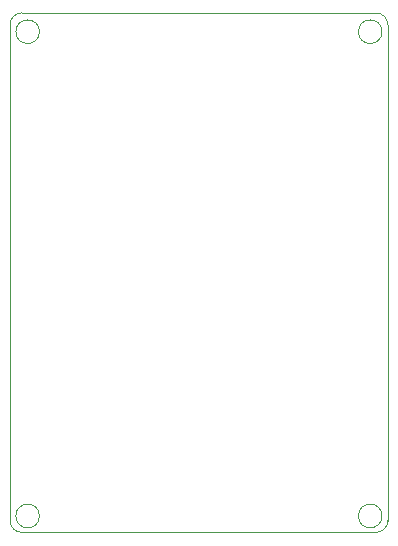
<source format=gbr>
%TF.GenerationSoftware,KiCad,Pcbnew,7.0.6-1.fc38*%
%TF.CreationDate,2023-08-03T18:28:49+02:00*%
%TF.ProjectId,quadcopter-flight-controler,71756164-636f-4707-9465-722d666c6967,rev?*%
%TF.SameCoordinates,Original*%
%TF.FileFunction,Profile,NP*%
%FSLAX46Y46*%
G04 Gerber Fmt 4.6, Leading zero omitted, Abs format (unit mm)*
G04 Created by KiCad (PCBNEW 7.0.6-1.fc38) date 2023-08-03 18:28:49*
%MOMM*%
%LPD*%
G01*
G04 APERTURE LIST*
%TA.AperFunction,Profile*%
%ADD10C,0.100000*%
%TD*%
G04 APERTURE END LIST*
D10*
X137600000Y-123900000D02*
G75*
G03*
X138300000Y-124189949I700000J700000D01*
G01*
X168300000Y-124189949D02*
X138300000Y-124189949D01*
X169000000Y-123900000D02*
G75*
G03*
X169289949Y-123200000I-700000J700000D01*
G01*
X138300000Y-80210051D02*
X168300000Y-80210051D01*
X169289949Y-81200000D02*
G75*
G03*
X169000000Y-80500000I-989949J0D01*
G01*
X137310051Y-123200000D02*
G75*
G03*
X137600000Y-123900000I989949J0D01*
G01*
X139800000Y-122800000D02*
G75*
G03*
X139800000Y-122800000I-1000000J0D01*
G01*
X168800000Y-122800000D02*
G75*
G03*
X168800000Y-122800000I-1000000J0D01*
G01*
X169000000Y-80500000D02*
G75*
G03*
X168300000Y-80210051I-700000J-700000D01*
G01*
X168300000Y-124189949D02*
G75*
G03*
X169000000Y-123900000I0J989949D01*
G01*
X137600000Y-80500000D02*
G75*
G03*
X137310051Y-81200000I700000J-700000D01*
G01*
X139800000Y-81800000D02*
G75*
G03*
X139800000Y-81800000I-1000000J0D01*
G01*
X137310051Y-123200000D02*
X137310051Y-81200000D01*
X168800000Y-81800000D02*
G75*
G03*
X168800000Y-81800000I-1000000J0D01*
G01*
X138300000Y-80210051D02*
G75*
G03*
X137600000Y-80500000I0J-989949D01*
G01*
X169289949Y-123200000D02*
X169289949Y-81200000D01*
M02*

</source>
